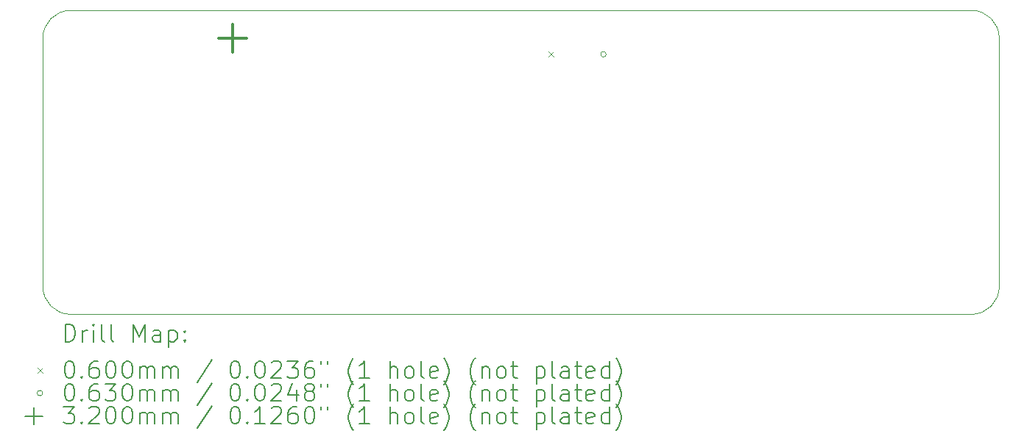
<source format=gbr>
%TF.GenerationSoftware,KiCad,Pcbnew,9.0.2+1*%
%TF.CreationDate,2025-07-24T16:09:40+01:00*%
%TF.ProjectId,OBC,4f42432e-6b69-4636-9164-5f7063625858,rev?*%
%TF.SameCoordinates,Original*%
%TF.FileFunction,Drillmap*%
%TF.FilePolarity,Positive*%
%FSLAX45Y45*%
G04 Gerber Fmt 4.5, Leading zero omitted, Abs format (unit mm)*
G04 Created by KiCad (PCBNEW 9.0.2+1) date 2025-07-24 16:09:40*
%MOMM*%
%LPD*%
G01*
G04 APERTURE LIST*
%ADD10C,0.050000*%
%ADD11C,0.200000*%
%ADD12C,0.100000*%
%ADD13C,0.320000*%
G04 APERTURE END LIST*
D10*
X10320000Y-12010000D02*
X20680000Y-12010000D01*
X20680000Y-8510000D02*
G75*
G02*
X21000000Y-8830000I0J-320000D01*
G01*
X10320000Y-12010000D02*
G75*
G02*
X10000000Y-11690000I0J320000D01*
G01*
X21000000Y-11690000D02*
X21000000Y-8830000D01*
X21000000Y-11690000D02*
G75*
G02*
X20680000Y-12010000I-320000J0D01*
G01*
X10000000Y-11690000D02*
X10000000Y-8830000D01*
X20680000Y-8510000D02*
X10320000Y-8510000D01*
X10000000Y-8830000D02*
G75*
G02*
X10320000Y-8510000I320000J0D01*
G01*
D11*
D12*
X15817342Y-8986250D02*
X15877342Y-9046250D01*
X15877342Y-8986250D02*
X15817342Y-9046250D01*
X16478842Y-9016250D02*
G75*
G02*
X16415842Y-9016250I-31500J0D01*
G01*
X16415842Y-9016250D02*
G75*
G02*
X16478842Y-9016250I31500J0D01*
G01*
D13*
X12180000Y-8670000D02*
X12180000Y-8990000D01*
X12020000Y-8830000D02*
X12340000Y-8830000D01*
D11*
X10258277Y-12323984D02*
X10258277Y-12123984D01*
X10258277Y-12123984D02*
X10305896Y-12123984D01*
X10305896Y-12123984D02*
X10334467Y-12133508D01*
X10334467Y-12133508D02*
X10353515Y-12152555D01*
X10353515Y-12152555D02*
X10363039Y-12171603D01*
X10363039Y-12171603D02*
X10372563Y-12209698D01*
X10372563Y-12209698D02*
X10372563Y-12238269D01*
X10372563Y-12238269D02*
X10363039Y-12276365D01*
X10363039Y-12276365D02*
X10353515Y-12295412D01*
X10353515Y-12295412D02*
X10334467Y-12314460D01*
X10334467Y-12314460D02*
X10305896Y-12323984D01*
X10305896Y-12323984D02*
X10258277Y-12323984D01*
X10458277Y-12323984D02*
X10458277Y-12190650D01*
X10458277Y-12228746D02*
X10467801Y-12209698D01*
X10467801Y-12209698D02*
X10477324Y-12200174D01*
X10477324Y-12200174D02*
X10496372Y-12190650D01*
X10496372Y-12190650D02*
X10515420Y-12190650D01*
X10582086Y-12323984D02*
X10582086Y-12190650D01*
X10582086Y-12123984D02*
X10572563Y-12133508D01*
X10572563Y-12133508D02*
X10582086Y-12143031D01*
X10582086Y-12143031D02*
X10591610Y-12133508D01*
X10591610Y-12133508D02*
X10582086Y-12123984D01*
X10582086Y-12123984D02*
X10582086Y-12143031D01*
X10705896Y-12323984D02*
X10686848Y-12314460D01*
X10686848Y-12314460D02*
X10677324Y-12295412D01*
X10677324Y-12295412D02*
X10677324Y-12123984D01*
X10810658Y-12323984D02*
X10791610Y-12314460D01*
X10791610Y-12314460D02*
X10782086Y-12295412D01*
X10782086Y-12295412D02*
X10782086Y-12123984D01*
X11039229Y-12323984D02*
X11039229Y-12123984D01*
X11039229Y-12123984D02*
X11105896Y-12266841D01*
X11105896Y-12266841D02*
X11172563Y-12123984D01*
X11172563Y-12123984D02*
X11172563Y-12323984D01*
X11353515Y-12323984D02*
X11353515Y-12219222D01*
X11353515Y-12219222D02*
X11343991Y-12200174D01*
X11343991Y-12200174D02*
X11324943Y-12190650D01*
X11324943Y-12190650D02*
X11286848Y-12190650D01*
X11286848Y-12190650D02*
X11267801Y-12200174D01*
X11353515Y-12314460D02*
X11334467Y-12323984D01*
X11334467Y-12323984D02*
X11286848Y-12323984D01*
X11286848Y-12323984D02*
X11267801Y-12314460D01*
X11267801Y-12314460D02*
X11258277Y-12295412D01*
X11258277Y-12295412D02*
X11258277Y-12276365D01*
X11258277Y-12276365D02*
X11267801Y-12257317D01*
X11267801Y-12257317D02*
X11286848Y-12247793D01*
X11286848Y-12247793D02*
X11334467Y-12247793D01*
X11334467Y-12247793D02*
X11353515Y-12238269D01*
X11448753Y-12190650D02*
X11448753Y-12390650D01*
X11448753Y-12200174D02*
X11467801Y-12190650D01*
X11467801Y-12190650D02*
X11505896Y-12190650D01*
X11505896Y-12190650D02*
X11524943Y-12200174D01*
X11524943Y-12200174D02*
X11534467Y-12209698D01*
X11534467Y-12209698D02*
X11543991Y-12228746D01*
X11543991Y-12228746D02*
X11543991Y-12285888D01*
X11543991Y-12285888D02*
X11534467Y-12304936D01*
X11534467Y-12304936D02*
X11524943Y-12314460D01*
X11524943Y-12314460D02*
X11505896Y-12323984D01*
X11505896Y-12323984D02*
X11467801Y-12323984D01*
X11467801Y-12323984D02*
X11448753Y-12314460D01*
X11629705Y-12304936D02*
X11639229Y-12314460D01*
X11639229Y-12314460D02*
X11629705Y-12323984D01*
X11629705Y-12323984D02*
X11620182Y-12314460D01*
X11620182Y-12314460D02*
X11629705Y-12304936D01*
X11629705Y-12304936D02*
X11629705Y-12323984D01*
X11629705Y-12200174D02*
X11639229Y-12209698D01*
X11639229Y-12209698D02*
X11629705Y-12219222D01*
X11629705Y-12219222D02*
X11620182Y-12209698D01*
X11620182Y-12209698D02*
X11629705Y-12200174D01*
X11629705Y-12200174D02*
X11629705Y-12219222D01*
D12*
X9937500Y-12622500D02*
X9997500Y-12682500D01*
X9997500Y-12622500D02*
X9937500Y-12682500D01*
D11*
X10296372Y-12543984D02*
X10315420Y-12543984D01*
X10315420Y-12543984D02*
X10334467Y-12553508D01*
X10334467Y-12553508D02*
X10343991Y-12563031D01*
X10343991Y-12563031D02*
X10353515Y-12582079D01*
X10353515Y-12582079D02*
X10363039Y-12620174D01*
X10363039Y-12620174D02*
X10363039Y-12667793D01*
X10363039Y-12667793D02*
X10353515Y-12705888D01*
X10353515Y-12705888D02*
X10343991Y-12724936D01*
X10343991Y-12724936D02*
X10334467Y-12734460D01*
X10334467Y-12734460D02*
X10315420Y-12743984D01*
X10315420Y-12743984D02*
X10296372Y-12743984D01*
X10296372Y-12743984D02*
X10277324Y-12734460D01*
X10277324Y-12734460D02*
X10267801Y-12724936D01*
X10267801Y-12724936D02*
X10258277Y-12705888D01*
X10258277Y-12705888D02*
X10248753Y-12667793D01*
X10248753Y-12667793D02*
X10248753Y-12620174D01*
X10248753Y-12620174D02*
X10258277Y-12582079D01*
X10258277Y-12582079D02*
X10267801Y-12563031D01*
X10267801Y-12563031D02*
X10277324Y-12553508D01*
X10277324Y-12553508D02*
X10296372Y-12543984D01*
X10448753Y-12724936D02*
X10458277Y-12734460D01*
X10458277Y-12734460D02*
X10448753Y-12743984D01*
X10448753Y-12743984D02*
X10439229Y-12734460D01*
X10439229Y-12734460D02*
X10448753Y-12724936D01*
X10448753Y-12724936D02*
X10448753Y-12743984D01*
X10629705Y-12543984D02*
X10591610Y-12543984D01*
X10591610Y-12543984D02*
X10572563Y-12553508D01*
X10572563Y-12553508D02*
X10563039Y-12563031D01*
X10563039Y-12563031D02*
X10543991Y-12591603D01*
X10543991Y-12591603D02*
X10534467Y-12629698D01*
X10534467Y-12629698D02*
X10534467Y-12705888D01*
X10534467Y-12705888D02*
X10543991Y-12724936D01*
X10543991Y-12724936D02*
X10553515Y-12734460D01*
X10553515Y-12734460D02*
X10572563Y-12743984D01*
X10572563Y-12743984D02*
X10610658Y-12743984D01*
X10610658Y-12743984D02*
X10629705Y-12734460D01*
X10629705Y-12734460D02*
X10639229Y-12724936D01*
X10639229Y-12724936D02*
X10648753Y-12705888D01*
X10648753Y-12705888D02*
X10648753Y-12658269D01*
X10648753Y-12658269D02*
X10639229Y-12639222D01*
X10639229Y-12639222D02*
X10629705Y-12629698D01*
X10629705Y-12629698D02*
X10610658Y-12620174D01*
X10610658Y-12620174D02*
X10572563Y-12620174D01*
X10572563Y-12620174D02*
X10553515Y-12629698D01*
X10553515Y-12629698D02*
X10543991Y-12639222D01*
X10543991Y-12639222D02*
X10534467Y-12658269D01*
X10772563Y-12543984D02*
X10791610Y-12543984D01*
X10791610Y-12543984D02*
X10810658Y-12553508D01*
X10810658Y-12553508D02*
X10820182Y-12563031D01*
X10820182Y-12563031D02*
X10829705Y-12582079D01*
X10829705Y-12582079D02*
X10839229Y-12620174D01*
X10839229Y-12620174D02*
X10839229Y-12667793D01*
X10839229Y-12667793D02*
X10829705Y-12705888D01*
X10829705Y-12705888D02*
X10820182Y-12724936D01*
X10820182Y-12724936D02*
X10810658Y-12734460D01*
X10810658Y-12734460D02*
X10791610Y-12743984D01*
X10791610Y-12743984D02*
X10772563Y-12743984D01*
X10772563Y-12743984D02*
X10753515Y-12734460D01*
X10753515Y-12734460D02*
X10743991Y-12724936D01*
X10743991Y-12724936D02*
X10734467Y-12705888D01*
X10734467Y-12705888D02*
X10724944Y-12667793D01*
X10724944Y-12667793D02*
X10724944Y-12620174D01*
X10724944Y-12620174D02*
X10734467Y-12582079D01*
X10734467Y-12582079D02*
X10743991Y-12563031D01*
X10743991Y-12563031D02*
X10753515Y-12553508D01*
X10753515Y-12553508D02*
X10772563Y-12543984D01*
X10963039Y-12543984D02*
X10982086Y-12543984D01*
X10982086Y-12543984D02*
X11001134Y-12553508D01*
X11001134Y-12553508D02*
X11010658Y-12563031D01*
X11010658Y-12563031D02*
X11020182Y-12582079D01*
X11020182Y-12582079D02*
X11029705Y-12620174D01*
X11029705Y-12620174D02*
X11029705Y-12667793D01*
X11029705Y-12667793D02*
X11020182Y-12705888D01*
X11020182Y-12705888D02*
X11010658Y-12724936D01*
X11010658Y-12724936D02*
X11001134Y-12734460D01*
X11001134Y-12734460D02*
X10982086Y-12743984D01*
X10982086Y-12743984D02*
X10963039Y-12743984D01*
X10963039Y-12743984D02*
X10943991Y-12734460D01*
X10943991Y-12734460D02*
X10934467Y-12724936D01*
X10934467Y-12724936D02*
X10924944Y-12705888D01*
X10924944Y-12705888D02*
X10915420Y-12667793D01*
X10915420Y-12667793D02*
X10915420Y-12620174D01*
X10915420Y-12620174D02*
X10924944Y-12582079D01*
X10924944Y-12582079D02*
X10934467Y-12563031D01*
X10934467Y-12563031D02*
X10943991Y-12553508D01*
X10943991Y-12553508D02*
X10963039Y-12543984D01*
X11115420Y-12743984D02*
X11115420Y-12610650D01*
X11115420Y-12629698D02*
X11124944Y-12620174D01*
X11124944Y-12620174D02*
X11143991Y-12610650D01*
X11143991Y-12610650D02*
X11172563Y-12610650D01*
X11172563Y-12610650D02*
X11191610Y-12620174D01*
X11191610Y-12620174D02*
X11201134Y-12639222D01*
X11201134Y-12639222D02*
X11201134Y-12743984D01*
X11201134Y-12639222D02*
X11210658Y-12620174D01*
X11210658Y-12620174D02*
X11229705Y-12610650D01*
X11229705Y-12610650D02*
X11258277Y-12610650D01*
X11258277Y-12610650D02*
X11277324Y-12620174D01*
X11277324Y-12620174D02*
X11286848Y-12639222D01*
X11286848Y-12639222D02*
X11286848Y-12743984D01*
X11382086Y-12743984D02*
X11382086Y-12610650D01*
X11382086Y-12629698D02*
X11391610Y-12620174D01*
X11391610Y-12620174D02*
X11410658Y-12610650D01*
X11410658Y-12610650D02*
X11439229Y-12610650D01*
X11439229Y-12610650D02*
X11458277Y-12620174D01*
X11458277Y-12620174D02*
X11467801Y-12639222D01*
X11467801Y-12639222D02*
X11467801Y-12743984D01*
X11467801Y-12639222D02*
X11477324Y-12620174D01*
X11477324Y-12620174D02*
X11496372Y-12610650D01*
X11496372Y-12610650D02*
X11524943Y-12610650D01*
X11524943Y-12610650D02*
X11543991Y-12620174D01*
X11543991Y-12620174D02*
X11553515Y-12639222D01*
X11553515Y-12639222D02*
X11553515Y-12743984D01*
X11943991Y-12534460D02*
X11772563Y-12791603D01*
X12201134Y-12543984D02*
X12220182Y-12543984D01*
X12220182Y-12543984D02*
X12239229Y-12553508D01*
X12239229Y-12553508D02*
X12248753Y-12563031D01*
X12248753Y-12563031D02*
X12258277Y-12582079D01*
X12258277Y-12582079D02*
X12267801Y-12620174D01*
X12267801Y-12620174D02*
X12267801Y-12667793D01*
X12267801Y-12667793D02*
X12258277Y-12705888D01*
X12258277Y-12705888D02*
X12248753Y-12724936D01*
X12248753Y-12724936D02*
X12239229Y-12734460D01*
X12239229Y-12734460D02*
X12220182Y-12743984D01*
X12220182Y-12743984D02*
X12201134Y-12743984D01*
X12201134Y-12743984D02*
X12182086Y-12734460D01*
X12182086Y-12734460D02*
X12172563Y-12724936D01*
X12172563Y-12724936D02*
X12163039Y-12705888D01*
X12163039Y-12705888D02*
X12153515Y-12667793D01*
X12153515Y-12667793D02*
X12153515Y-12620174D01*
X12153515Y-12620174D02*
X12163039Y-12582079D01*
X12163039Y-12582079D02*
X12172563Y-12563031D01*
X12172563Y-12563031D02*
X12182086Y-12553508D01*
X12182086Y-12553508D02*
X12201134Y-12543984D01*
X12353515Y-12724936D02*
X12363039Y-12734460D01*
X12363039Y-12734460D02*
X12353515Y-12743984D01*
X12353515Y-12743984D02*
X12343991Y-12734460D01*
X12343991Y-12734460D02*
X12353515Y-12724936D01*
X12353515Y-12724936D02*
X12353515Y-12743984D01*
X12486848Y-12543984D02*
X12505896Y-12543984D01*
X12505896Y-12543984D02*
X12524944Y-12553508D01*
X12524944Y-12553508D02*
X12534467Y-12563031D01*
X12534467Y-12563031D02*
X12543991Y-12582079D01*
X12543991Y-12582079D02*
X12553515Y-12620174D01*
X12553515Y-12620174D02*
X12553515Y-12667793D01*
X12553515Y-12667793D02*
X12543991Y-12705888D01*
X12543991Y-12705888D02*
X12534467Y-12724936D01*
X12534467Y-12724936D02*
X12524944Y-12734460D01*
X12524944Y-12734460D02*
X12505896Y-12743984D01*
X12505896Y-12743984D02*
X12486848Y-12743984D01*
X12486848Y-12743984D02*
X12467801Y-12734460D01*
X12467801Y-12734460D02*
X12458277Y-12724936D01*
X12458277Y-12724936D02*
X12448753Y-12705888D01*
X12448753Y-12705888D02*
X12439229Y-12667793D01*
X12439229Y-12667793D02*
X12439229Y-12620174D01*
X12439229Y-12620174D02*
X12448753Y-12582079D01*
X12448753Y-12582079D02*
X12458277Y-12563031D01*
X12458277Y-12563031D02*
X12467801Y-12553508D01*
X12467801Y-12553508D02*
X12486848Y-12543984D01*
X12629706Y-12563031D02*
X12639229Y-12553508D01*
X12639229Y-12553508D02*
X12658277Y-12543984D01*
X12658277Y-12543984D02*
X12705896Y-12543984D01*
X12705896Y-12543984D02*
X12724944Y-12553508D01*
X12724944Y-12553508D02*
X12734467Y-12563031D01*
X12734467Y-12563031D02*
X12743991Y-12582079D01*
X12743991Y-12582079D02*
X12743991Y-12601127D01*
X12743991Y-12601127D02*
X12734467Y-12629698D01*
X12734467Y-12629698D02*
X12620182Y-12743984D01*
X12620182Y-12743984D02*
X12743991Y-12743984D01*
X12810658Y-12543984D02*
X12934467Y-12543984D01*
X12934467Y-12543984D02*
X12867801Y-12620174D01*
X12867801Y-12620174D02*
X12896372Y-12620174D01*
X12896372Y-12620174D02*
X12915420Y-12629698D01*
X12915420Y-12629698D02*
X12924944Y-12639222D01*
X12924944Y-12639222D02*
X12934467Y-12658269D01*
X12934467Y-12658269D02*
X12934467Y-12705888D01*
X12934467Y-12705888D02*
X12924944Y-12724936D01*
X12924944Y-12724936D02*
X12915420Y-12734460D01*
X12915420Y-12734460D02*
X12896372Y-12743984D01*
X12896372Y-12743984D02*
X12839229Y-12743984D01*
X12839229Y-12743984D02*
X12820182Y-12734460D01*
X12820182Y-12734460D02*
X12810658Y-12724936D01*
X13105896Y-12543984D02*
X13067801Y-12543984D01*
X13067801Y-12543984D02*
X13048753Y-12553508D01*
X13048753Y-12553508D02*
X13039229Y-12563031D01*
X13039229Y-12563031D02*
X13020182Y-12591603D01*
X13020182Y-12591603D02*
X13010658Y-12629698D01*
X13010658Y-12629698D02*
X13010658Y-12705888D01*
X13010658Y-12705888D02*
X13020182Y-12724936D01*
X13020182Y-12724936D02*
X13029706Y-12734460D01*
X13029706Y-12734460D02*
X13048753Y-12743984D01*
X13048753Y-12743984D02*
X13086848Y-12743984D01*
X13086848Y-12743984D02*
X13105896Y-12734460D01*
X13105896Y-12734460D02*
X13115420Y-12724936D01*
X13115420Y-12724936D02*
X13124944Y-12705888D01*
X13124944Y-12705888D02*
X13124944Y-12658269D01*
X13124944Y-12658269D02*
X13115420Y-12639222D01*
X13115420Y-12639222D02*
X13105896Y-12629698D01*
X13105896Y-12629698D02*
X13086848Y-12620174D01*
X13086848Y-12620174D02*
X13048753Y-12620174D01*
X13048753Y-12620174D02*
X13029706Y-12629698D01*
X13029706Y-12629698D02*
X13020182Y-12639222D01*
X13020182Y-12639222D02*
X13010658Y-12658269D01*
X13201134Y-12543984D02*
X13201134Y-12582079D01*
X13277325Y-12543984D02*
X13277325Y-12582079D01*
X13572563Y-12820174D02*
X13563039Y-12810650D01*
X13563039Y-12810650D02*
X13543991Y-12782079D01*
X13543991Y-12782079D02*
X13534468Y-12763031D01*
X13534468Y-12763031D02*
X13524944Y-12734460D01*
X13524944Y-12734460D02*
X13515420Y-12686841D01*
X13515420Y-12686841D02*
X13515420Y-12648746D01*
X13515420Y-12648746D02*
X13524944Y-12601127D01*
X13524944Y-12601127D02*
X13534468Y-12572555D01*
X13534468Y-12572555D02*
X13543991Y-12553508D01*
X13543991Y-12553508D02*
X13563039Y-12524936D01*
X13563039Y-12524936D02*
X13572563Y-12515412D01*
X13753515Y-12743984D02*
X13639229Y-12743984D01*
X13696372Y-12743984D02*
X13696372Y-12543984D01*
X13696372Y-12543984D02*
X13677325Y-12572555D01*
X13677325Y-12572555D02*
X13658277Y-12591603D01*
X13658277Y-12591603D02*
X13639229Y-12601127D01*
X13991610Y-12743984D02*
X13991610Y-12543984D01*
X14077325Y-12743984D02*
X14077325Y-12639222D01*
X14077325Y-12639222D02*
X14067801Y-12620174D01*
X14067801Y-12620174D02*
X14048753Y-12610650D01*
X14048753Y-12610650D02*
X14020182Y-12610650D01*
X14020182Y-12610650D02*
X14001134Y-12620174D01*
X14001134Y-12620174D02*
X13991610Y-12629698D01*
X14201134Y-12743984D02*
X14182087Y-12734460D01*
X14182087Y-12734460D02*
X14172563Y-12724936D01*
X14172563Y-12724936D02*
X14163039Y-12705888D01*
X14163039Y-12705888D02*
X14163039Y-12648746D01*
X14163039Y-12648746D02*
X14172563Y-12629698D01*
X14172563Y-12629698D02*
X14182087Y-12620174D01*
X14182087Y-12620174D02*
X14201134Y-12610650D01*
X14201134Y-12610650D02*
X14229706Y-12610650D01*
X14229706Y-12610650D02*
X14248753Y-12620174D01*
X14248753Y-12620174D02*
X14258277Y-12629698D01*
X14258277Y-12629698D02*
X14267801Y-12648746D01*
X14267801Y-12648746D02*
X14267801Y-12705888D01*
X14267801Y-12705888D02*
X14258277Y-12724936D01*
X14258277Y-12724936D02*
X14248753Y-12734460D01*
X14248753Y-12734460D02*
X14229706Y-12743984D01*
X14229706Y-12743984D02*
X14201134Y-12743984D01*
X14382087Y-12743984D02*
X14363039Y-12734460D01*
X14363039Y-12734460D02*
X14353515Y-12715412D01*
X14353515Y-12715412D02*
X14353515Y-12543984D01*
X14534468Y-12734460D02*
X14515420Y-12743984D01*
X14515420Y-12743984D02*
X14477325Y-12743984D01*
X14477325Y-12743984D02*
X14458277Y-12734460D01*
X14458277Y-12734460D02*
X14448753Y-12715412D01*
X14448753Y-12715412D02*
X14448753Y-12639222D01*
X14448753Y-12639222D02*
X14458277Y-12620174D01*
X14458277Y-12620174D02*
X14477325Y-12610650D01*
X14477325Y-12610650D02*
X14515420Y-12610650D01*
X14515420Y-12610650D02*
X14534468Y-12620174D01*
X14534468Y-12620174D02*
X14543991Y-12639222D01*
X14543991Y-12639222D02*
X14543991Y-12658269D01*
X14543991Y-12658269D02*
X14448753Y-12677317D01*
X14610658Y-12820174D02*
X14620182Y-12810650D01*
X14620182Y-12810650D02*
X14639230Y-12782079D01*
X14639230Y-12782079D02*
X14648753Y-12763031D01*
X14648753Y-12763031D02*
X14658277Y-12734460D01*
X14658277Y-12734460D02*
X14667801Y-12686841D01*
X14667801Y-12686841D02*
X14667801Y-12648746D01*
X14667801Y-12648746D02*
X14658277Y-12601127D01*
X14658277Y-12601127D02*
X14648753Y-12572555D01*
X14648753Y-12572555D02*
X14639230Y-12553508D01*
X14639230Y-12553508D02*
X14620182Y-12524936D01*
X14620182Y-12524936D02*
X14610658Y-12515412D01*
X14972563Y-12820174D02*
X14963039Y-12810650D01*
X14963039Y-12810650D02*
X14943991Y-12782079D01*
X14943991Y-12782079D02*
X14934468Y-12763031D01*
X14934468Y-12763031D02*
X14924944Y-12734460D01*
X14924944Y-12734460D02*
X14915420Y-12686841D01*
X14915420Y-12686841D02*
X14915420Y-12648746D01*
X14915420Y-12648746D02*
X14924944Y-12601127D01*
X14924944Y-12601127D02*
X14934468Y-12572555D01*
X14934468Y-12572555D02*
X14943991Y-12553508D01*
X14943991Y-12553508D02*
X14963039Y-12524936D01*
X14963039Y-12524936D02*
X14972563Y-12515412D01*
X15048753Y-12610650D02*
X15048753Y-12743984D01*
X15048753Y-12629698D02*
X15058277Y-12620174D01*
X15058277Y-12620174D02*
X15077325Y-12610650D01*
X15077325Y-12610650D02*
X15105896Y-12610650D01*
X15105896Y-12610650D02*
X15124944Y-12620174D01*
X15124944Y-12620174D02*
X15134468Y-12639222D01*
X15134468Y-12639222D02*
X15134468Y-12743984D01*
X15258277Y-12743984D02*
X15239230Y-12734460D01*
X15239230Y-12734460D02*
X15229706Y-12724936D01*
X15229706Y-12724936D02*
X15220182Y-12705888D01*
X15220182Y-12705888D02*
X15220182Y-12648746D01*
X15220182Y-12648746D02*
X15229706Y-12629698D01*
X15229706Y-12629698D02*
X15239230Y-12620174D01*
X15239230Y-12620174D02*
X15258277Y-12610650D01*
X15258277Y-12610650D02*
X15286849Y-12610650D01*
X15286849Y-12610650D02*
X15305896Y-12620174D01*
X15305896Y-12620174D02*
X15315420Y-12629698D01*
X15315420Y-12629698D02*
X15324944Y-12648746D01*
X15324944Y-12648746D02*
X15324944Y-12705888D01*
X15324944Y-12705888D02*
X15315420Y-12724936D01*
X15315420Y-12724936D02*
X15305896Y-12734460D01*
X15305896Y-12734460D02*
X15286849Y-12743984D01*
X15286849Y-12743984D02*
X15258277Y-12743984D01*
X15382087Y-12610650D02*
X15458277Y-12610650D01*
X15410658Y-12543984D02*
X15410658Y-12715412D01*
X15410658Y-12715412D02*
X15420182Y-12734460D01*
X15420182Y-12734460D02*
X15439230Y-12743984D01*
X15439230Y-12743984D02*
X15458277Y-12743984D01*
X15677325Y-12610650D02*
X15677325Y-12810650D01*
X15677325Y-12620174D02*
X15696372Y-12610650D01*
X15696372Y-12610650D02*
X15734468Y-12610650D01*
X15734468Y-12610650D02*
X15753515Y-12620174D01*
X15753515Y-12620174D02*
X15763039Y-12629698D01*
X15763039Y-12629698D02*
X15772563Y-12648746D01*
X15772563Y-12648746D02*
X15772563Y-12705888D01*
X15772563Y-12705888D02*
X15763039Y-12724936D01*
X15763039Y-12724936D02*
X15753515Y-12734460D01*
X15753515Y-12734460D02*
X15734468Y-12743984D01*
X15734468Y-12743984D02*
X15696372Y-12743984D01*
X15696372Y-12743984D02*
X15677325Y-12734460D01*
X15886849Y-12743984D02*
X15867801Y-12734460D01*
X15867801Y-12734460D02*
X15858277Y-12715412D01*
X15858277Y-12715412D02*
X15858277Y-12543984D01*
X16048753Y-12743984D02*
X16048753Y-12639222D01*
X16048753Y-12639222D02*
X16039230Y-12620174D01*
X16039230Y-12620174D02*
X16020182Y-12610650D01*
X16020182Y-12610650D02*
X15982087Y-12610650D01*
X15982087Y-12610650D02*
X15963039Y-12620174D01*
X16048753Y-12734460D02*
X16029706Y-12743984D01*
X16029706Y-12743984D02*
X15982087Y-12743984D01*
X15982087Y-12743984D02*
X15963039Y-12734460D01*
X15963039Y-12734460D02*
X15953515Y-12715412D01*
X15953515Y-12715412D02*
X15953515Y-12696365D01*
X15953515Y-12696365D02*
X15963039Y-12677317D01*
X15963039Y-12677317D02*
X15982087Y-12667793D01*
X15982087Y-12667793D02*
X16029706Y-12667793D01*
X16029706Y-12667793D02*
X16048753Y-12658269D01*
X16115420Y-12610650D02*
X16191611Y-12610650D01*
X16143992Y-12543984D02*
X16143992Y-12715412D01*
X16143992Y-12715412D02*
X16153515Y-12734460D01*
X16153515Y-12734460D02*
X16172563Y-12743984D01*
X16172563Y-12743984D02*
X16191611Y-12743984D01*
X16334468Y-12734460D02*
X16315420Y-12743984D01*
X16315420Y-12743984D02*
X16277325Y-12743984D01*
X16277325Y-12743984D02*
X16258277Y-12734460D01*
X16258277Y-12734460D02*
X16248753Y-12715412D01*
X16248753Y-12715412D02*
X16248753Y-12639222D01*
X16248753Y-12639222D02*
X16258277Y-12620174D01*
X16258277Y-12620174D02*
X16277325Y-12610650D01*
X16277325Y-12610650D02*
X16315420Y-12610650D01*
X16315420Y-12610650D02*
X16334468Y-12620174D01*
X16334468Y-12620174D02*
X16343992Y-12639222D01*
X16343992Y-12639222D02*
X16343992Y-12658269D01*
X16343992Y-12658269D02*
X16248753Y-12677317D01*
X16515420Y-12743984D02*
X16515420Y-12543984D01*
X16515420Y-12734460D02*
X16496373Y-12743984D01*
X16496373Y-12743984D02*
X16458277Y-12743984D01*
X16458277Y-12743984D02*
X16439230Y-12734460D01*
X16439230Y-12734460D02*
X16429706Y-12724936D01*
X16429706Y-12724936D02*
X16420182Y-12705888D01*
X16420182Y-12705888D02*
X16420182Y-12648746D01*
X16420182Y-12648746D02*
X16429706Y-12629698D01*
X16429706Y-12629698D02*
X16439230Y-12620174D01*
X16439230Y-12620174D02*
X16458277Y-12610650D01*
X16458277Y-12610650D02*
X16496373Y-12610650D01*
X16496373Y-12610650D02*
X16515420Y-12620174D01*
X16591611Y-12820174D02*
X16601134Y-12810650D01*
X16601134Y-12810650D02*
X16620182Y-12782079D01*
X16620182Y-12782079D02*
X16629706Y-12763031D01*
X16629706Y-12763031D02*
X16639230Y-12734460D01*
X16639230Y-12734460D02*
X16648753Y-12686841D01*
X16648753Y-12686841D02*
X16648753Y-12648746D01*
X16648753Y-12648746D02*
X16639230Y-12601127D01*
X16639230Y-12601127D02*
X16629706Y-12572555D01*
X16629706Y-12572555D02*
X16620182Y-12553508D01*
X16620182Y-12553508D02*
X16601134Y-12524936D01*
X16601134Y-12524936D02*
X16591611Y-12515412D01*
D12*
X9997500Y-12916500D02*
G75*
G02*
X9934500Y-12916500I-31500J0D01*
G01*
X9934500Y-12916500D02*
G75*
G02*
X9997500Y-12916500I31500J0D01*
G01*
D11*
X10296372Y-12807984D02*
X10315420Y-12807984D01*
X10315420Y-12807984D02*
X10334467Y-12817508D01*
X10334467Y-12817508D02*
X10343991Y-12827031D01*
X10343991Y-12827031D02*
X10353515Y-12846079D01*
X10353515Y-12846079D02*
X10363039Y-12884174D01*
X10363039Y-12884174D02*
X10363039Y-12931793D01*
X10363039Y-12931793D02*
X10353515Y-12969888D01*
X10353515Y-12969888D02*
X10343991Y-12988936D01*
X10343991Y-12988936D02*
X10334467Y-12998460D01*
X10334467Y-12998460D02*
X10315420Y-13007984D01*
X10315420Y-13007984D02*
X10296372Y-13007984D01*
X10296372Y-13007984D02*
X10277324Y-12998460D01*
X10277324Y-12998460D02*
X10267801Y-12988936D01*
X10267801Y-12988936D02*
X10258277Y-12969888D01*
X10258277Y-12969888D02*
X10248753Y-12931793D01*
X10248753Y-12931793D02*
X10248753Y-12884174D01*
X10248753Y-12884174D02*
X10258277Y-12846079D01*
X10258277Y-12846079D02*
X10267801Y-12827031D01*
X10267801Y-12827031D02*
X10277324Y-12817508D01*
X10277324Y-12817508D02*
X10296372Y-12807984D01*
X10448753Y-12988936D02*
X10458277Y-12998460D01*
X10458277Y-12998460D02*
X10448753Y-13007984D01*
X10448753Y-13007984D02*
X10439229Y-12998460D01*
X10439229Y-12998460D02*
X10448753Y-12988936D01*
X10448753Y-12988936D02*
X10448753Y-13007984D01*
X10629705Y-12807984D02*
X10591610Y-12807984D01*
X10591610Y-12807984D02*
X10572563Y-12817508D01*
X10572563Y-12817508D02*
X10563039Y-12827031D01*
X10563039Y-12827031D02*
X10543991Y-12855603D01*
X10543991Y-12855603D02*
X10534467Y-12893698D01*
X10534467Y-12893698D02*
X10534467Y-12969888D01*
X10534467Y-12969888D02*
X10543991Y-12988936D01*
X10543991Y-12988936D02*
X10553515Y-12998460D01*
X10553515Y-12998460D02*
X10572563Y-13007984D01*
X10572563Y-13007984D02*
X10610658Y-13007984D01*
X10610658Y-13007984D02*
X10629705Y-12998460D01*
X10629705Y-12998460D02*
X10639229Y-12988936D01*
X10639229Y-12988936D02*
X10648753Y-12969888D01*
X10648753Y-12969888D02*
X10648753Y-12922269D01*
X10648753Y-12922269D02*
X10639229Y-12903222D01*
X10639229Y-12903222D02*
X10629705Y-12893698D01*
X10629705Y-12893698D02*
X10610658Y-12884174D01*
X10610658Y-12884174D02*
X10572563Y-12884174D01*
X10572563Y-12884174D02*
X10553515Y-12893698D01*
X10553515Y-12893698D02*
X10543991Y-12903222D01*
X10543991Y-12903222D02*
X10534467Y-12922269D01*
X10715420Y-12807984D02*
X10839229Y-12807984D01*
X10839229Y-12807984D02*
X10772563Y-12884174D01*
X10772563Y-12884174D02*
X10801134Y-12884174D01*
X10801134Y-12884174D02*
X10820182Y-12893698D01*
X10820182Y-12893698D02*
X10829705Y-12903222D01*
X10829705Y-12903222D02*
X10839229Y-12922269D01*
X10839229Y-12922269D02*
X10839229Y-12969888D01*
X10839229Y-12969888D02*
X10829705Y-12988936D01*
X10829705Y-12988936D02*
X10820182Y-12998460D01*
X10820182Y-12998460D02*
X10801134Y-13007984D01*
X10801134Y-13007984D02*
X10743991Y-13007984D01*
X10743991Y-13007984D02*
X10724944Y-12998460D01*
X10724944Y-12998460D02*
X10715420Y-12988936D01*
X10963039Y-12807984D02*
X10982086Y-12807984D01*
X10982086Y-12807984D02*
X11001134Y-12817508D01*
X11001134Y-12817508D02*
X11010658Y-12827031D01*
X11010658Y-12827031D02*
X11020182Y-12846079D01*
X11020182Y-12846079D02*
X11029705Y-12884174D01*
X11029705Y-12884174D02*
X11029705Y-12931793D01*
X11029705Y-12931793D02*
X11020182Y-12969888D01*
X11020182Y-12969888D02*
X11010658Y-12988936D01*
X11010658Y-12988936D02*
X11001134Y-12998460D01*
X11001134Y-12998460D02*
X10982086Y-13007984D01*
X10982086Y-13007984D02*
X10963039Y-13007984D01*
X10963039Y-13007984D02*
X10943991Y-12998460D01*
X10943991Y-12998460D02*
X10934467Y-12988936D01*
X10934467Y-12988936D02*
X10924944Y-12969888D01*
X10924944Y-12969888D02*
X10915420Y-12931793D01*
X10915420Y-12931793D02*
X10915420Y-12884174D01*
X10915420Y-12884174D02*
X10924944Y-12846079D01*
X10924944Y-12846079D02*
X10934467Y-12827031D01*
X10934467Y-12827031D02*
X10943991Y-12817508D01*
X10943991Y-12817508D02*
X10963039Y-12807984D01*
X11115420Y-13007984D02*
X11115420Y-12874650D01*
X11115420Y-12893698D02*
X11124944Y-12884174D01*
X11124944Y-12884174D02*
X11143991Y-12874650D01*
X11143991Y-12874650D02*
X11172563Y-12874650D01*
X11172563Y-12874650D02*
X11191610Y-12884174D01*
X11191610Y-12884174D02*
X11201134Y-12903222D01*
X11201134Y-12903222D02*
X11201134Y-13007984D01*
X11201134Y-12903222D02*
X11210658Y-12884174D01*
X11210658Y-12884174D02*
X11229705Y-12874650D01*
X11229705Y-12874650D02*
X11258277Y-12874650D01*
X11258277Y-12874650D02*
X11277324Y-12884174D01*
X11277324Y-12884174D02*
X11286848Y-12903222D01*
X11286848Y-12903222D02*
X11286848Y-13007984D01*
X11382086Y-13007984D02*
X11382086Y-12874650D01*
X11382086Y-12893698D02*
X11391610Y-12884174D01*
X11391610Y-12884174D02*
X11410658Y-12874650D01*
X11410658Y-12874650D02*
X11439229Y-12874650D01*
X11439229Y-12874650D02*
X11458277Y-12884174D01*
X11458277Y-12884174D02*
X11467801Y-12903222D01*
X11467801Y-12903222D02*
X11467801Y-13007984D01*
X11467801Y-12903222D02*
X11477324Y-12884174D01*
X11477324Y-12884174D02*
X11496372Y-12874650D01*
X11496372Y-12874650D02*
X11524943Y-12874650D01*
X11524943Y-12874650D02*
X11543991Y-12884174D01*
X11543991Y-12884174D02*
X11553515Y-12903222D01*
X11553515Y-12903222D02*
X11553515Y-13007984D01*
X11943991Y-12798460D02*
X11772563Y-13055603D01*
X12201134Y-12807984D02*
X12220182Y-12807984D01*
X12220182Y-12807984D02*
X12239229Y-12817508D01*
X12239229Y-12817508D02*
X12248753Y-12827031D01*
X12248753Y-12827031D02*
X12258277Y-12846079D01*
X12258277Y-12846079D02*
X12267801Y-12884174D01*
X12267801Y-12884174D02*
X12267801Y-12931793D01*
X12267801Y-12931793D02*
X12258277Y-12969888D01*
X12258277Y-12969888D02*
X12248753Y-12988936D01*
X12248753Y-12988936D02*
X12239229Y-12998460D01*
X12239229Y-12998460D02*
X12220182Y-13007984D01*
X12220182Y-13007984D02*
X12201134Y-13007984D01*
X12201134Y-13007984D02*
X12182086Y-12998460D01*
X12182086Y-12998460D02*
X12172563Y-12988936D01*
X12172563Y-12988936D02*
X12163039Y-12969888D01*
X12163039Y-12969888D02*
X12153515Y-12931793D01*
X12153515Y-12931793D02*
X12153515Y-12884174D01*
X12153515Y-12884174D02*
X12163039Y-12846079D01*
X12163039Y-12846079D02*
X12172563Y-12827031D01*
X12172563Y-12827031D02*
X12182086Y-12817508D01*
X12182086Y-12817508D02*
X12201134Y-12807984D01*
X12353515Y-12988936D02*
X12363039Y-12998460D01*
X12363039Y-12998460D02*
X12353515Y-13007984D01*
X12353515Y-13007984D02*
X12343991Y-12998460D01*
X12343991Y-12998460D02*
X12353515Y-12988936D01*
X12353515Y-12988936D02*
X12353515Y-13007984D01*
X12486848Y-12807984D02*
X12505896Y-12807984D01*
X12505896Y-12807984D02*
X12524944Y-12817508D01*
X12524944Y-12817508D02*
X12534467Y-12827031D01*
X12534467Y-12827031D02*
X12543991Y-12846079D01*
X12543991Y-12846079D02*
X12553515Y-12884174D01*
X12553515Y-12884174D02*
X12553515Y-12931793D01*
X12553515Y-12931793D02*
X12543991Y-12969888D01*
X12543991Y-12969888D02*
X12534467Y-12988936D01*
X12534467Y-12988936D02*
X12524944Y-12998460D01*
X12524944Y-12998460D02*
X12505896Y-13007984D01*
X12505896Y-13007984D02*
X12486848Y-13007984D01*
X12486848Y-13007984D02*
X12467801Y-12998460D01*
X12467801Y-12998460D02*
X12458277Y-12988936D01*
X12458277Y-12988936D02*
X12448753Y-12969888D01*
X12448753Y-12969888D02*
X12439229Y-12931793D01*
X12439229Y-12931793D02*
X12439229Y-12884174D01*
X12439229Y-12884174D02*
X12448753Y-12846079D01*
X12448753Y-12846079D02*
X12458277Y-12827031D01*
X12458277Y-12827031D02*
X12467801Y-12817508D01*
X12467801Y-12817508D02*
X12486848Y-12807984D01*
X12629706Y-12827031D02*
X12639229Y-12817508D01*
X12639229Y-12817508D02*
X12658277Y-12807984D01*
X12658277Y-12807984D02*
X12705896Y-12807984D01*
X12705896Y-12807984D02*
X12724944Y-12817508D01*
X12724944Y-12817508D02*
X12734467Y-12827031D01*
X12734467Y-12827031D02*
X12743991Y-12846079D01*
X12743991Y-12846079D02*
X12743991Y-12865127D01*
X12743991Y-12865127D02*
X12734467Y-12893698D01*
X12734467Y-12893698D02*
X12620182Y-13007984D01*
X12620182Y-13007984D02*
X12743991Y-13007984D01*
X12915420Y-12874650D02*
X12915420Y-13007984D01*
X12867801Y-12798460D02*
X12820182Y-12941317D01*
X12820182Y-12941317D02*
X12943991Y-12941317D01*
X13048753Y-12893698D02*
X13029706Y-12884174D01*
X13029706Y-12884174D02*
X13020182Y-12874650D01*
X13020182Y-12874650D02*
X13010658Y-12855603D01*
X13010658Y-12855603D02*
X13010658Y-12846079D01*
X13010658Y-12846079D02*
X13020182Y-12827031D01*
X13020182Y-12827031D02*
X13029706Y-12817508D01*
X13029706Y-12817508D02*
X13048753Y-12807984D01*
X13048753Y-12807984D02*
X13086848Y-12807984D01*
X13086848Y-12807984D02*
X13105896Y-12817508D01*
X13105896Y-12817508D02*
X13115420Y-12827031D01*
X13115420Y-12827031D02*
X13124944Y-12846079D01*
X13124944Y-12846079D02*
X13124944Y-12855603D01*
X13124944Y-12855603D02*
X13115420Y-12874650D01*
X13115420Y-12874650D02*
X13105896Y-12884174D01*
X13105896Y-12884174D02*
X13086848Y-12893698D01*
X13086848Y-12893698D02*
X13048753Y-12893698D01*
X13048753Y-12893698D02*
X13029706Y-12903222D01*
X13029706Y-12903222D02*
X13020182Y-12912746D01*
X13020182Y-12912746D02*
X13010658Y-12931793D01*
X13010658Y-12931793D02*
X13010658Y-12969888D01*
X13010658Y-12969888D02*
X13020182Y-12988936D01*
X13020182Y-12988936D02*
X13029706Y-12998460D01*
X13029706Y-12998460D02*
X13048753Y-13007984D01*
X13048753Y-13007984D02*
X13086848Y-13007984D01*
X13086848Y-13007984D02*
X13105896Y-12998460D01*
X13105896Y-12998460D02*
X13115420Y-12988936D01*
X13115420Y-12988936D02*
X13124944Y-12969888D01*
X13124944Y-12969888D02*
X13124944Y-12931793D01*
X13124944Y-12931793D02*
X13115420Y-12912746D01*
X13115420Y-12912746D02*
X13105896Y-12903222D01*
X13105896Y-12903222D02*
X13086848Y-12893698D01*
X13201134Y-12807984D02*
X13201134Y-12846079D01*
X13277325Y-12807984D02*
X13277325Y-12846079D01*
X13572563Y-13084174D02*
X13563039Y-13074650D01*
X13563039Y-13074650D02*
X13543991Y-13046079D01*
X13543991Y-13046079D02*
X13534468Y-13027031D01*
X13534468Y-13027031D02*
X13524944Y-12998460D01*
X13524944Y-12998460D02*
X13515420Y-12950841D01*
X13515420Y-12950841D02*
X13515420Y-12912746D01*
X13515420Y-12912746D02*
X13524944Y-12865127D01*
X13524944Y-12865127D02*
X13534468Y-12836555D01*
X13534468Y-12836555D02*
X13543991Y-12817508D01*
X13543991Y-12817508D02*
X13563039Y-12788936D01*
X13563039Y-12788936D02*
X13572563Y-12779412D01*
X13753515Y-13007984D02*
X13639229Y-13007984D01*
X13696372Y-13007984D02*
X13696372Y-12807984D01*
X13696372Y-12807984D02*
X13677325Y-12836555D01*
X13677325Y-12836555D02*
X13658277Y-12855603D01*
X13658277Y-12855603D02*
X13639229Y-12865127D01*
X13991610Y-13007984D02*
X13991610Y-12807984D01*
X14077325Y-13007984D02*
X14077325Y-12903222D01*
X14077325Y-12903222D02*
X14067801Y-12884174D01*
X14067801Y-12884174D02*
X14048753Y-12874650D01*
X14048753Y-12874650D02*
X14020182Y-12874650D01*
X14020182Y-12874650D02*
X14001134Y-12884174D01*
X14001134Y-12884174D02*
X13991610Y-12893698D01*
X14201134Y-13007984D02*
X14182087Y-12998460D01*
X14182087Y-12998460D02*
X14172563Y-12988936D01*
X14172563Y-12988936D02*
X14163039Y-12969888D01*
X14163039Y-12969888D02*
X14163039Y-12912746D01*
X14163039Y-12912746D02*
X14172563Y-12893698D01*
X14172563Y-12893698D02*
X14182087Y-12884174D01*
X14182087Y-12884174D02*
X14201134Y-12874650D01*
X14201134Y-12874650D02*
X14229706Y-12874650D01*
X14229706Y-12874650D02*
X14248753Y-12884174D01*
X14248753Y-12884174D02*
X14258277Y-12893698D01*
X14258277Y-12893698D02*
X14267801Y-12912746D01*
X14267801Y-12912746D02*
X14267801Y-12969888D01*
X14267801Y-12969888D02*
X14258277Y-12988936D01*
X14258277Y-12988936D02*
X14248753Y-12998460D01*
X14248753Y-12998460D02*
X14229706Y-13007984D01*
X14229706Y-13007984D02*
X14201134Y-13007984D01*
X14382087Y-13007984D02*
X14363039Y-12998460D01*
X14363039Y-12998460D02*
X14353515Y-12979412D01*
X14353515Y-12979412D02*
X14353515Y-12807984D01*
X14534468Y-12998460D02*
X14515420Y-13007984D01*
X14515420Y-13007984D02*
X14477325Y-13007984D01*
X14477325Y-13007984D02*
X14458277Y-12998460D01*
X14458277Y-12998460D02*
X14448753Y-12979412D01*
X14448753Y-12979412D02*
X14448753Y-12903222D01*
X14448753Y-12903222D02*
X14458277Y-12884174D01*
X14458277Y-12884174D02*
X14477325Y-12874650D01*
X14477325Y-12874650D02*
X14515420Y-12874650D01*
X14515420Y-12874650D02*
X14534468Y-12884174D01*
X14534468Y-12884174D02*
X14543991Y-12903222D01*
X14543991Y-12903222D02*
X14543991Y-12922269D01*
X14543991Y-12922269D02*
X14448753Y-12941317D01*
X14610658Y-13084174D02*
X14620182Y-13074650D01*
X14620182Y-13074650D02*
X14639230Y-13046079D01*
X14639230Y-13046079D02*
X14648753Y-13027031D01*
X14648753Y-13027031D02*
X14658277Y-12998460D01*
X14658277Y-12998460D02*
X14667801Y-12950841D01*
X14667801Y-12950841D02*
X14667801Y-12912746D01*
X14667801Y-12912746D02*
X14658277Y-12865127D01*
X14658277Y-12865127D02*
X14648753Y-12836555D01*
X14648753Y-12836555D02*
X14639230Y-12817508D01*
X14639230Y-12817508D02*
X14620182Y-12788936D01*
X14620182Y-12788936D02*
X14610658Y-12779412D01*
X14972563Y-13084174D02*
X14963039Y-13074650D01*
X14963039Y-13074650D02*
X14943991Y-13046079D01*
X14943991Y-13046079D02*
X14934468Y-13027031D01*
X14934468Y-13027031D02*
X14924944Y-12998460D01*
X14924944Y-12998460D02*
X14915420Y-12950841D01*
X14915420Y-12950841D02*
X14915420Y-12912746D01*
X14915420Y-12912746D02*
X14924944Y-12865127D01*
X14924944Y-12865127D02*
X14934468Y-12836555D01*
X14934468Y-12836555D02*
X14943991Y-12817508D01*
X14943991Y-12817508D02*
X14963039Y-12788936D01*
X14963039Y-12788936D02*
X14972563Y-12779412D01*
X15048753Y-12874650D02*
X15048753Y-13007984D01*
X15048753Y-12893698D02*
X15058277Y-12884174D01*
X15058277Y-12884174D02*
X15077325Y-12874650D01*
X15077325Y-12874650D02*
X15105896Y-12874650D01*
X15105896Y-12874650D02*
X15124944Y-12884174D01*
X15124944Y-12884174D02*
X15134468Y-12903222D01*
X15134468Y-12903222D02*
X15134468Y-13007984D01*
X15258277Y-13007984D02*
X15239230Y-12998460D01*
X15239230Y-12998460D02*
X15229706Y-12988936D01*
X15229706Y-12988936D02*
X15220182Y-12969888D01*
X15220182Y-12969888D02*
X15220182Y-12912746D01*
X15220182Y-12912746D02*
X15229706Y-12893698D01*
X15229706Y-12893698D02*
X15239230Y-12884174D01*
X15239230Y-12884174D02*
X15258277Y-12874650D01*
X15258277Y-12874650D02*
X15286849Y-12874650D01*
X15286849Y-12874650D02*
X15305896Y-12884174D01*
X15305896Y-12884174D02*
X15315420Y-12893698D01*
X15315420Y-12893698D02*
X15324944Y-12912746D01*
X15324944Y-12912746D02*
X15324944Y-12969888D01*
X15324944Y-12969888D02*
X15315420Y-12988936D01*
X15315420Y-12988936D02*
X15305896Y-12998460D01*
X15305896Y-12998460D02*
X15286849Y-13007984D01*
X15286849Y-13007984D02*
X15258277Y-13007984D01*
X15382087Y-12874650D02*
X15458277Y-12874650D01*
X15410658Y-12807984D02*
X15410658Y-12979412D01*
X15410658Y-12979412D02*
X15420182Y-12998460D01*
X15420182Y-12998460D02*
X15439230Y-13007984D01*
X15439230Y-13007984D02*
X15458277Y-13007984D01*
X15677325Y-12874650D02*
X15677325Y-13074650D01*
X15677325Y-12884174D02*
X15696372Y-12874650D01*
X15696372Y-12874650D02*
X15734468Y-12874650D01*
X15734468Y-12874650D02*
X15753515Y-12884174D01*
X15753515Y-12884174D02*
X15763039Y-12893698D01*
X15763039Y-12893698D02*
X15772563Y-12912746D01*
X15772563Y-12912746D02*
X15772563Y-12969888D01*
X15772563Y-12969888D02*
X15763039Y-12988936D01*
X15763039Y-12988936D02*
X15753515Y-12998460D01*
X15753515Y-12998460D02*
X15734468Y-13007984D01*
X15734468Y-13007984D02*
X15696372Y-13007984D01*
X15696372Y-13007984D02*
X15677325Y-12998460D01*
X15886849Y-13007984D02*
X15867801Y-12998460D01*
X15867801Y-12998460D02*
X15858277Y-12979412D01*
X15858277Y-12979412D02*
X15858277Y-12807984D01*
X16048753Y-13007984D02*
X16048753Y-12903222D01*
X16048753Y-12903222D02*
X16039230Y-12884174D01*
X16039230Y-12884174D02*
X16020182Y-12874650D01*
X16020182Y-12874650D02*
X15982087Y-12874650D01*
X15982087Y-12874650D02*
X15963039Y-12884174D01*
X16048753Y-12998460D02*
X16029706Y-13007984D01*
X16029706Y-13007984D02*
X15982087Y-13007984D01*
X15982087Y-13007984D02*
X15963039Y-12998460D01*
X15963039Y-12998460D02*
X15953515Y-12979412D01*
X15953515Y-12979412D02*
X15953515Y-12960365D01*
X15953515Y-12960365D02*
X15963039Y-12941317D01*
X15963039Y-12941317D02*
X15982087Y-12931793D01*
X15982087Y-12931793D02*
X16029706Y-12931793D01*
X16029706Y-12931793D02*
X16048753Y-12922269D01*
X16115420Y-12874650D02*
X16191611Y-12874650D01*
X16143992Y-12807984D02*
X16143992Y-12979412D01*
X16143992Y-12979412D02*
X16153515Y-12998460D01*
X16153515Y-12998460D02*
X16172563Y-13007984D01*
X16172563Y-13007984D02*
X16191611Y-13007984D01*
X16334468Y-12998460D02*
X16315420Y-13007984D01*
X16315420Y-13007984D02*
X16277325Y-13007984D01*
X16277325Y-13007984D02*
X16258277Y-12998460D01*
X16258277Y-12998460D02*
X16248753Y-12979412D01*
X16248753Y-12979412D02*
X16248753Y-12903222D01*
X16248753Y-12903222D02*
X16258277Y-12884174D01*
X16258277Y-12884174D02*
X16277325Y-12874650D01*
X16277325Y-12874650D02*
X16315420Y-12874650D01*
X16315420Y-12874650D02*
X16334468Y-12884174D01*
X16334468Y-12884174D02*
X16343992Y-12903222D01*
X16343992Y-12903222D02*
X16343992Y-12922269D01*
X16343992Y-12922269D02*
X16248753Y-12941317D01*
X16515420Y-13007984D02*
X16515420Y-12807984D01*
X16515420Y-12998460D02*
X16496373Y-13007984D01*
X16496373Y-13007984D02*
X16458277Y-13007984D01*
X16458277Y-13007984D02*
X16439230Y-12998460D01*
X16439230Y-12998460D02*
X16429706Y-12988936D01*
X16429706Y-12988936D02*
X16420182Y-12969888D01*
X16420182Y-12969888D02*
X16420182Y-12912746D01*
X16420182Y-12912746D02*
X16429706Y-12893698D01*
X16429706Y-12893698D02*
X16439230Y-12884174D01*
X16439230Y-12884174D02*
X16458277Y-12874650D01*
X16458277Y-12874650D02*
X16496373Y-12874650D01*
X16496373Y-12874650D02*
X16515420Y-12884174D01*
X16591611Y-13084174D02*
X16601134Y-13074650D01*
X16601134Y-13074650D02*
X16620182Y-13046079D01*
X16620182Y-13046079D02*
X16629706Y-13027031D01*
X16629706Y-13027031D02*
X16639230Y-12998460D01*
X16639230Y-12998460D02*
X16648753Y-12950841D01*
X16648753Y-12950841D02*
X16648753Y-12912746D01*
X16648753Y-12912746D02*
X16639230Y-12865127D01*
X16639230Y-12865127D02*
X16629706Y-12836555D01*
X16629706Y-12836555D02*
X16620182Y-12817508D01*
X16620182Y-12817508D02*
X16601134Y-12788936D01*
X16601134Y-12788936D02*
X16591611Y-12779412D01*
X9897500Y-13080500D02*
X9897500Y-13280500D01*
X9797500Y-13180500D02*
X9997500Y-13180500D01*
X10239229Y-13071984D02*
X10363039Y-13071984D01*
X10363039Y-13071984D02*
X10296372Y-13148174D01*
X10296372Y-13148174D02*
X10324944Y-13148174D01*
X10324944Y-13148174D02*
X10343991Y-13157698D01*
X10343991Y-13157698D02*
X10353515Y-13167222D01*
X10353515Y-13167222D02*
X10363039Y-13186269D01*
X10363039Y-13186269D02*
X10363039Y-13233888D01*
X10363039Y-13233888D02*
X10353515Y-13252936D01*
X10353515Y-13252936D02*
X10343991Y-13262460D01*
X10343991Y-13262460D02*
X10324944Y-13271984D01*
X10324944Y-13271984D02*
X10267801Y-13271984D01*
X10267801Y-13271984D02*
X10248753Y-13262460D01*
X10248753Y-13262460D02*
X10239229Y-13252936D01*
X10448753Y-13252936D02*
X10458277Y-13262460D01*
X10458277Y-13262460D02*
X10448753Y-13271984D01*
X10448753Y-13271984D02*
X10439229Y-13262460D01*
X10439229Y-13262460D02*
X10448753Y-13252936D01*
X10448753Y-13252936D02*
X10448753Y-13271984D01*
X10534467Y-13091031D02*
X10543991Y-13081508D01*
X10543991Y-13081508D02*
X10563039Y-13071984D01*
X10563039Y-13071984D02*
X10610658Y-13071984D01*
X10610658Y-13071984D02*
X10629705Y-13081508D01*
X10629705Y-13081508D02*
X10639229Y-13091031D01*
X10639229Y-13091031D02*
X10648753Y-13110079D01*
X10648753Y-13110079D02*
X10648753Y-13129127D01*
X10648753Y-13129127D02*
X10639229Y-13157698D01*
X10639229Y-13157698D02*
X10524944Y-13271984D01*
X10524944Y-13271984D02*
X10648753Y-13271984D01*
X10772563Y-13071984D02*
X10791610Y-13071984D01*
X10791610Y-13071984D02*
X10810658Y-13081508D01*
X10810658Y-13081508D02*
X10820182Y-13091031D01*
X10820182Y-13091031D02*
X10829705Y-13110079D01*
X10829705Y-13110079D02*
X10839229Y-13148174D01*
X10839229Y-13148174D02*
X10839229Y-13195793D01*
X10839229Y-13195793D02*
X10829705Y-13233888D01*
X10829705Y-13233888D02*
X10820182Y-13252936D01*
X10820182Y-13252936D02*
X10810658Y-13262460D01*
X10810658Y-13262460D02*
X10791610Y-13271984D01*
X10791610Y-13271984D02*
X10772563Y-13271984D01*
X10772563Y-13271984D02*
X10753515Y-13262460D01*
X10753515Y-13262460D02*
X10743991Y-13252936D01*
X10743991Y-13252936D02*
X10734467Y-13233888D01*
X10734467Y-13233888D02*
X10724944Y-13195793D01*
X10724944Y-13195793D02*
X10724944Y-13148174D01*
X10724944Y-13148174D02*
X10734467Y-13110079D01*
X10734467Y-13110079D02*
X10743991Y-13091031D01*
X10743991Y-13091031D02*
X10753515Y-13081508D01*
X10753515Y-13081508D02*
X10772563Y-13071984D01*
X10963039Y-13071984D02*
X10982086Y-13071984D01*
X10982086Y-13071984D02*
X11001134Y-13081508D01*
X11001134Y-13081508D02*
X11010658Y-13091031D01*
X11010658Y-13091031D02*
X11020182Y-13110079D01*
X11020182Y-13110079D02*
X11029705Y-13148174D01*
X11029705Y-13148174D02*
X11029705Y-13195793D01*
X11029705Y-13195793D02*
X11020182Y-13233888D01*
X11020182Y-13233888D02*
X11010658Y-13252936D01*
X11010658Y-13252936D02*
X11001134Y-13262460D01*
X11001134Y-13262460D02*
X10982086Y-13271984D01*
X10982086Y-13271984D02*
X10963039Y-13271984D01*
X10963039Y-13271984D02*
X10943991Y-13262460D01*
X10943991Y-13262460D02*
X10934467Y-13252936D01*
X10934467Y-13252936D02*
X10924944Y-13233888D01*
X10924944Y-13233888D02*
X10915420Y-13195793D01*
X10915420Y-13195793D02*
X10915420Y-13148174D01*
X10915420Y-13148174D02*
X10924944Y-13110079D01*
X10924944Y-13110079D02*
X10934467Y-13091031D01*
X10934467Y-13091031D02*
X10943991Y-13081508D01*
X10943991Y-13081508D02*
X10963039Y-13071984D01*
X11115420Y-13271984D02*
X11115420Y-13138650D01*
X11115420Y-13157698D02*
X11124944Y-13148174D01*
X11124944Y-13148174D02*
X11143991Y-13138650D01*
X11143991Y-13138650D02*
X11172563Y-13138650D01*
X11172563Y-13138650D02*
X11191610Y-13148174D01*
X11191610Y-13148174D02*
X11201134Y-13167222D01*
X11201134Y-13167222D02*
X11201134Y-13271984D01*
X11201134Y-13167222D02*
X11210658Y-13148174D01*
X11210658Y-13148174D02*
X11229705Y-13138650D01*
X11229705Y-13138650D02*
X11258277Y-13138650D01*
X11258277Y-13138650D02*
X11277324Y-13148174D01*
X11277324Y-13148174D02*
X11286848Y-13167222D01*
X11286848Y-13167222D02*
X11286848Y-13271984D01*
X11382086Y-13271984D02*
X11382086Y-13138650D01*
X11382086Y-13157698D02*
X11391610Y-13148174D01*
X11391610Y-13148174D02*
X11410658Y-13138650D01*
X11410658Y-13138650D02*
X11439229Y-13138650D01*
X11439229Y-13138650D02*
X11458277Y-13148174D01*
X11458277Y-13148174D02*
X11467801Y-13167222D01*
X11467801Y-13167222D02*
X11467801Y-13271984D01*
X11467801Y-13167222D02*
X11477324Y-13148174D01*
X11477324Y-13148174D02*
X11496372Y-13138650D01*
X11496372Y-13138650D02*
X11524943Y-13138650D01*
X11524943Y-13138650D02*
X11543991Y-13148174D01*
X11543991Y-13148174D02*
X11553515Y-13167222D01*
X11553515Y-13167222D02*
X11553515Y-13271984D01*
X11943991Y-13062460D02*
X11772563Y-13319603D01*
X12201134Y-13071984D02*
X12220182Y-13071984D01*
X12220182Y-13071984D02*
X12239229Y-13081508D01*
X12239229Y-13081508D02*
X12248753Y-13091031D01*
X12248753Y-13091031D02*
X12258277Y-13110079D01*
X12258277Y-13110079D02*
X12267801Y-13148174D01*
X12267801Y-13148174D02*
X12267801Y-13195793D01*
X12267801Y-13195793D02*
X12258277Y-13233888D01*
X12258277Y-13233888D02*
X12248753Y-13252936D01*
X12248753Y-13252936D02*
X12239229Y-13262460D01*
X12239229Y-13262460D02*
X12220182Y-13271984D01*
X12220182Y-13271984D02*
X12201134Y-13271984D01*
X12201134Y-13271984D02*
X12182086Y-13262460D01*
X12182086Y-13262460D02*
X12172563Y-13252936D01*
X12172563Y-13252936D02*
X12163039Y-13233888D01*
X12163039Y-13233888D02*
X12153515Y-13195793D01*
X12153515Y-13195793D02*
X12153515Y-13148174D01*
X12153515Y-13148174D02*
X12163039Y-13110079D01*
X12163039Y-13110079D02*
X12172563Y-13091031D01*
X12172563Y-13091031D02*
X12182086Y-13081508D01*
X12182086Y-13081508D02*
X12201134Y-13071984D01*
X12353515Y-13252936D02*
X12363039Y-13262460D01*
X12363039Y-13262460D02*
X12353515Y-13271984D01*
X12353515Y-13271984D02*
X12343991Y-13262460D01*
X12343991Y-13262460D02*
X12353515Y-13252936D01*
X12353515Y-13252936D02*
X12353515Y-13271984D01*
X12553515Y-13271984D02*
X12439229Y-13271984D01*
X12496372Y-13271984D02*
X12496372Y-13071984D01*
X12496372Y-13071984D02*
X12477325Y-13100555D01*
X12477325Y-13100555D02*
X12458277Y-13119603D01*
X12458277Y-13119603D02*
X12439229Y-13129127D01*
X12629706Y-13091031D02*
X12639229Y-13081508D01*
X12639229Y-13081508D02*
X12658277Y-13071984D01*
X12658277Y-13071984D02*
X12705896Y-13071984D01*
X12705896Y-13071984D02*
X12724944Y-13081508D01*
X12724944Y-13081508D02*
X12734467Y-13091031D01*
X12734467Y-13091031D02*
X12743991Y-13110079D01*
X12743991Y-13110079D02*
X12743991Y-13129127D01*
X12743991Y-13129127D02*
X12734467Y-13157698D01*
X12734467Y-13157698D02*
X12620182Y-13271984D01*
X12620182Y-13271984D02*
X12743991Y-13271984D01*
X12915420Y-13071984D02*
X12877325Y-13071984D01*
X12877325Y-13071984D02*
X12858277Y-13081508D01*
X12858277Y-13081508D02*
X12848753Y-13091031D01*
X12848753Y-13091031D02*
X12829706Y-13119603D01*
X12829706Y-13119603D02*
X12820182Y-13157698D01*
X12820182Y-13157698D02*
X12820182Y-13233888D01*
X12820182Y-13233888D02*
X12829706Y-13252936D01*
X12829706Y-13252936D02*
X12839229Y-13262460D01*
X12839229Y-13262460D02*
X12858277Y-13271984D01*
X12858277Y-13271984D02*
X12896372Y-13271984D01*
X12896372Y-13271984D02*
X12915420Y-13262460D01*
X12915420Y-13262460D02*
X12924944Y-13252936D01*
X12924944Y-13252936D02*
X12934467Y-13233888D01*
X12934467Y-13233888D02*
X12934467Y-13186269D01*
X12934467Y-13186269D02*
X12924944Y-13167222D01*
X12924944Y-13167222D02*
X12915420Y-13157698D01*
X12915420Y-13157698D02*
X12896372Y-13148174D01*
X12896372Y-13148174D02*
X12858277Y-13148174D01*
X12858277Y-13148174D02*
X12839229Y-13157698D01*
X12839229Y-13157698D02*
X12829706Y-13167222D01*
X12829706Y-13167222D02*
X12820182Y-13186269D01*
X13058277Y-13071984D02*
X13077325Y-13071984D01*
X13077325Y-13071984D02*
X13096372Y-13081508D01*
X13096372Y-13081508D02*
X13105896Y-13091031D01*
X13105896Y-13091031D02*
X13115420Y-13110079D01*
X13115420Y-13110079D02*
X13124944Y-13148174D01*
X13124944Y-13148174D02*
X13124944Y-13195793D01*
X13124944Y-13195793D02*
X13115420Y-13233888D01*
X13115420Y-13233888D02*
X13105896Y-13252936D01*
X13105896Y-13252936D02*
X13096372Y-13262460D01*
X13096372Y-13262460D02*
X13077325Y-13271984D01*
X13077325Y-13271984D02*
X13058277Y-13271984D01*
X13058277Y-13271984D02*
X13039229Y-13262460D01*
X13039229Y-13262460D02*
X13029706Y-13252936D01*
X13029706Y-13252936D02*
X13020182Y-13233888D01*
X13020182Y-13233888D02*
X13010658Y-13195793D01*
X13010658Y-13195793D02*
X13010658Y-13148174D01*
X13010658Y-13148174D02*
X13020182Y-13110079D01*
X13020182Y-13110079D02*
X13029706Y-13091031D01*
X13029706Y-13091031D02*
X13039229Y-13081508D01*
X13039229Y-13081508D02*
X13058277Y-13071984D01*
X13201134Y-13071984D02*
X13201134Y-13110079D01*
X13277325Y-13071984D02*
X13277325Y-13110079D01*
X13572563Y-13348174D02*
X13563039Y-13338650D01*
X13563039Y-13338650D02*
X13543991Y-13310079D01*
X13543991Y-13310079D02*
X13534468Y-13291031D01*
X13534468Y-13291031D02*
X13524944Y-13262460D01*
X13524944Y-13262460D02*
X13515420Y-13214841D01*
X13515420Y-13214841D02*
X13515420Y-13176746D01*
X13515420Y-13176746D02*
X13524944Y-13129127D01*
X13524944Y-13129127D02*
X13534468Y-13100555D01*
X13534468Y-13100555D02*
X13543991Y-13081508D01*
X13543991Y-13081508D02*
X13563039Y-13052936D01*
X13563039Y-13052936D02*
X13572563Y-13043412D01*
X13753515Y-13271984D02*
X13639229Y-13271984D01*
X13696372Y-13271984D02*
X13696372Y-13071984D01*
X13696372Y-13071984D02*
X13677325Y-13100555D01*
X13677325Y-13100555D02*
X13658277Y-13119603D01*
X13658277Y-13119603D02*
X13639229Y-13129127D01*
X13991610Y-13271984D02*
X13991610Y-13071984D01*
X14077325Y-13271984D02*
X14077325Y-13167222D01*
X14077325Y-13167222D02*
X14067801Y-13148174D01*
X14067801Y-13148174D02*
X14048753Y-13138650D01*
X14048753Y-13138650D02*
X14020182Y-13138650D01*
X14020182Y-13138650D02*
X14001134Y-13148174D01*
X14001134Y-13148174D02*
X13991610Y-13157698D01*
X14201134Y-13271984D02*
X14182087Y-13262460D01*
X14182087Y-13262460D02*
X14172563Y-13252936D01*
X14172563Y-13252936D02*
X14163039Y-13233888D01*
X14163039Y-13233888D02*
X14163039Y-13176746D01*
X14163039Y-13176746D02*
X14172563Y-13157698D01*
X14172563Y-13157698D02*
X14182087Y-13148174D01*
X14182087Y-13148174D02*
X14201134Y-13138650D01*
X14201134Y-13138650D02*
X14229706Y-13138650D01*
X14229706Y-13138650D02*
X14248753Y-13148174D01*
X14248753Y-13148174D02*
X14258277Y-13157698D01*
X14258277Y-13157698D02*
X14267801Y-13176746D01*
X14267801Y-13176746D02*
X14267801Y-13233888D01*
X14267801Y-13233888D02*
X14258277Y-13252936D01*
X14258277Y-13252936D02*
X14248753Y-13262460D01*
X14248753Y-13262460D02*
X14229706Y-13271984D01*
X14229706Y-13271984D02*
X14201134Y-13271984D01*
X14382087Y-13271984D02*
X14363039Y-13262460D01*
X14363039Y-13262460D02*
X14353515Y-13243412D01*
X14353515Y-13243412D02*
X14353515Y-13071984D01*
X14534468Y-13262460D02*
X14515420Y-13271984D01*
X14515420Y-13271984D02*
X14477325Y-13271984D01*
X14477325Y-13271984D02*
X14458277Y-13262460D01*
X14458277Y-13262460D02*
X14448753Y-13243412D01*
X14448753Y-13243412D02*
X14448753Y-13167222D01*
X14448753Y-13167222D02*
X14458277Y-13148174D01*
X14458277Y-13148174D02*
X14477325Y-13138650D01*
X14477325Y-13138650D02*
X14515420Y-13138650D01*
X14515420Y-13138650D02*
X14534468Y-13148174D01*
X14534468Y-13148174D02*
X14543991Y-13167222D01*
X14543991Y-13167222D02*
X14543991Y-13186269D01*
X14543991Y-13186269D02*
X14448753Y-13205317D01*
X14610658Y-13348174D02*
X14620182Y-13338650D01*
X14620182Y-13338650D02*
X14639230Y-13310079D01*
X14639230Y-13310079D02*
X14648753Y-13291031D01*
X14648753Y-13291031D02*
X14658277Y-13262460D01*
X14658277Y-13262460D02*
X14667801Y-13214841D01*
X14667801Y-13214841D02*
X14667801Y-13176746D01*
X14667801Y-13176746D02*
X14658277Y-13129127D01*
X14658277Y-13129127D02*
X14648753Y-13100555D01*
X14648753Y-13100555D02*
X14639230Y-13081508D01*
X14639230Y-13081508D02*
X14620182Y-13052936D01*
X14620182Y-13052936D02*
X14610658Y-13043412D01*
X14972563Y-13348174D02*
X14963039Y-13338650D01*
X14963039Y-13338650D02*
X14943991Y-13310079D01*
X14943991Y-13310079D02*
X14934468Y-13291031D01*
X14934468Y-13291031D02*
X14924944Y-13262460D01*
X14924944Y-13262460D02*
X14915420Y-13214841D01*
X14915420Y-13214841D02*
X14915420Y-13176746D01*
X14915420Y-13176746D02*
X14924944Y-13129127D01*
X14924944Y-13129127D02*
X14934468Y-13100555D01*
X14934468Y-13100555D02*
X14943991Y-13081508D01*
X14943991Y-13081508D02*
X14963039Y-13052936D01*
X14963039Y-13052936D02*
X14972563Y-13043412D01*
X15048753Y-13138650D02*
X15048753Y-13271984D01*
X15048753Y-13157698D02*
X15058277Y-13148174D01*
X15058277Y-13148174D02*
X15077325Y-13138650D01*
X15077325Y-13138650D02*
X15105896Y-13138650D01*
X15105896Y-13138650D02*
X15124944Y-13148174D01*
X15124944Y-13148174D02*
X15134468Y-13167222D01*
X15134468Y-13167222D02*
X15134468Y-13271984D01*
X15258277Y-13271984D02*
X15239230Y-13262460D01*
X15239230Y-13262460D02*
X15229706Y-13252936D01*
X15229706Y-13252936D02*
X15220182Y-13233888D01*
X15220182Y-13233888D02*
X15220182Y-13176746D01*
X15220182Y-13176746D02*
X15229706Y-13157698D01*
X15229706Y-13157698D02*
X15239230Y-13148174D01*
X15239230Y-13148174D02*
X15258277Y-13138650D01*
X15258277Y-13138650D02*
X15286849Y-13138650D01*
X15286849Y-13138650D02*
X15305896Y-13148174D01*
X15305896Y-13148174D02*
X15315420Y-13157698D01*
X15315420Y-13157698D02*
X15324944Y-13176746D01*
X15324944Y-13176746D02*
X15324944Y-13233888D01*
X15324944Y-13233888D02*
X15315420Y-13252936D01*
X15315420Y-13252936D02*
X15305896Y-13262460D01*
X15305896Y-13262460D02*
X15286849Y-13271984D01*
X15286849Y-13271984D02*
X15258277Y-13271984D01*
X15382087Y-13138650D02*
X15458277Y-13138650D01*
X15410658Y-13071984D02*
X15410658Y-13243412D01*
X15410658Y-13243412D02*
X15420182Y-13262460D01*
X15420182Y-13262460D02*
X15439230Y-13271984D01*
X15439230Y-13271984D02*
X15458277Y-13271984D01*
X15677325Y-13138650D02*
X15677325Y-13338650D01*
X15677325Y-13148174D02*
X15696372Y-13138650D01*
X15696372Y-13138650D02*
X15734468Y-13138650D01*
X15734468Y-13138650D02*
X15753515Y-13148174D01*
X15753515Y-13148174D02*
X15763039Y-13157698D01*
X15763039Y-13157698D02*
X15772563Y-13176746D01*
X15772563Y-13176746D02*
X15772563Y-13233888D01*
X15772563Y-13233888D02*
X15763039Y-13252936D01*
X15763039Y-13252936D02*
X15753515Y-13262460D01*
X15753515Y-13262460D02*
X15734468Y-13271984D01*
X15734468Y-13271984D02*
X15696372Y-13271984D01*
X15696372Y-13271984D02*
X15677325Y-13262460D01*
X15886849Y-13271984D02*
X15867801Y-13262460D01*
X15867801Y-13262460D02*
X15858277Y-13243412D01*
X15858277Y-13243412D02*
X15858277Y-13071984D01*
X16048753Y-13271984D02*
X16048753Y-13167222D01*
X16048753Y-13167222D02*
X16039230Y-13148174D01*
X16039230Y-13148174D02*
X16020182Y-13138650D01*
X16020182Y-13138650D02*
X15982087Y-13138650D01*
X15982087Y-13138650D02*
X15963039Y-13148174D01*
X16048753Y-13262460D02*
X16029706Y-13271984D01*
X16029706Y-13271984D02*
X15982087Y-13271984D01*
X15982087Y-13271984D02*
X15963039Y-13262460D01*
X15963039Y-13262460D02*
X15953515Y-13243412D01*
X15953515Y-13243412D02*
X15953515Y-13224365D01*
X15953515Y-13224365D02*
X15963039Y-13205317D01*
X15963039Y-13205317D02*
X15982087Y-13195793D01*
X15982087Y-13195793D02*
X16029706Y-13195793D01*
X16029706Y-13195793D02*
X16048753Y-13186269D01*
X16115420Y-13138650D02*
X16191611Y-13138650D01*
X16143992Y-13071984D02*
X16143992Y-13243412D01*
X16143992Y-13243412D02*
X16153515Y-13262460D01*
X16153515Y-13262460D02*
X16172563Y-13271984D01*
X16172563Y-13271984D02*
X16191611Y-13271984D01*
X16334468Y-13262460D02*
X16315420Y-13271984D01*
X16315420Y-13271984D02*
X16277325Y-13271984D01*
X16277325Y-13271984D02*
X16258277Y-13262460D01*
X16258277Y-13262460D02*
X16248753Y-13243412D01*
X16248753Y-13243412D02*
X16248753Y-13167222D01*
X16248753Y-13167222D02*
X16258277Y-13148174D01*
X16258277Y-13148174D02*
X16277325Y-13138650D01*
X16277325Y-13138650D02*
X16315420Y-13138650D01*
X16315420Y-13138650D02*
X16334468Y-13148174D01*
X16334468Y-13148174D02*
X16343992Y-13167222D01*
X16343992Y-13167222D02*
X16343992Y-13186269D01*
X16343992Y-13186269D02*
X16248753Y-13205317D01*
X16515420Y-13271984D02*
X16515420Y-13071984D01*
X16515420Y-13262460D02*
X16496373Y-13271984D01*
X16496373Y-13271984D02*
X16458277Y-13271984D01*
X16458277Y-13271984D02*
X16439230Y-13262460D01*
X16439230Y-13262460D02*
X16429706Y-13252936D01*
X16429706Y-13252936D02*
X16420182Y-13233888D01*
X16420182Y-13233888D02*
X16420182Y-13176746D01*
X16420182Y-13176746D02*
X16429706Y-13157698D01*
X16429706Y-13157698D02*
X16439230Y-13148174D01*
X16439230Y-13148174D02*
X16458277Y-13138650D01*
X16458277Y-13138650D02*
X16496373Y-13138650D01*
X16496373Y-13138650D02*
X16515420Y-13148174D01*
X16591611Y-13348174D02*
X16601134Y-13338650D01*
X16601134Y-13338650D02*
X16620182Y-13310079D01*
X16620182Y-13310079D02*
X16629706Y-13291031D01*
X16629706Y-13291031D02*
X16639230Y-13262460D01*
X16639230Y-13262460D02*
X16648753Y-13214841D01*
X16648753Y-13214841D02*
X16648753Y-13176746D01*
X16648753Y-13176746D02*
X16639230Y-13129127D01*
X16639230Y-13129127D02*
X16629706Y-13100555D01*
X16629706Y-13100555D02*
X16620182Y-13081508D01*
X16620182Y-13081508D02*
X16601134Y-13052936D01*
X16601134Y-13052936D02*
X16591611Y-13043412D01*
M02*

</source>
